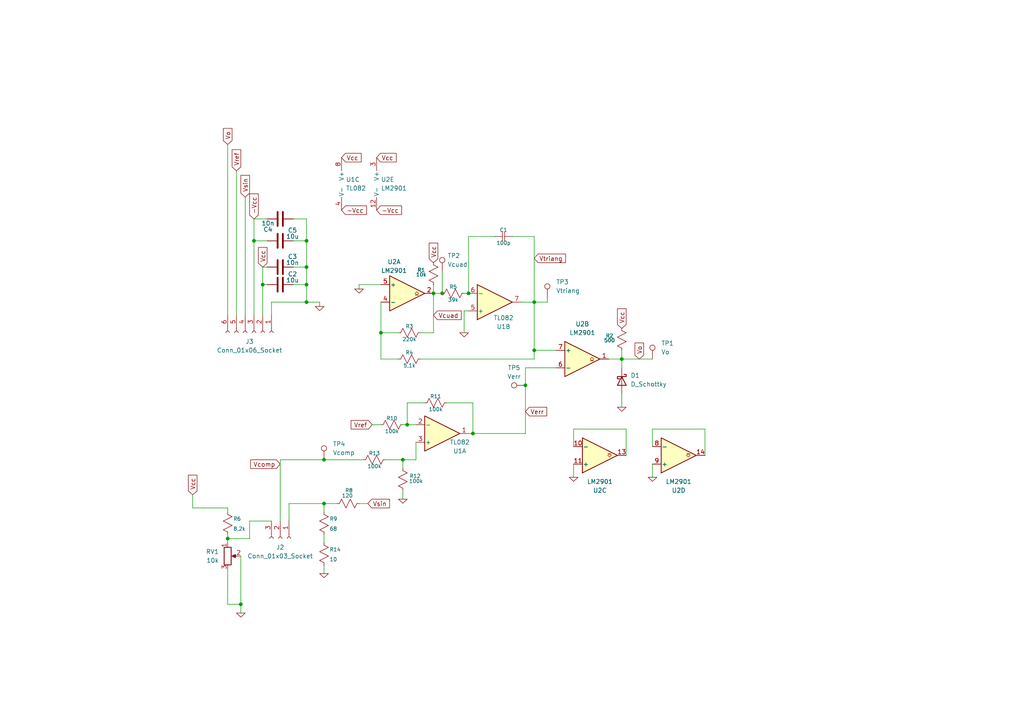
<source format=kicad_sch>
(kicad_sch (version 20231120) (generator "eeschema") (generator_version "8.0")
  (paper "A4")
  (lib_symbols
    (symbol "Amplifier_Operational:TL082" (pin_names (offset 0.127))
      (property "Reference" "U" (at 0 5.08 0))
      (property "Value" "TL082" (at 0 -5.08 0))
      (symbol "TL082_1_1"
        (polyline (pts (xy -5.08 5.08) (xy 5.08 0) (xy -5.08 -5.08) (xy -5.08 5.08)) (stroke (width 0.254)) (fill (type background)))
        (pin output line (at 7.62 0 180) (length 2.54) (name "~") (number "1"))
        (pin input line (at -7.62 -2.54 0) (length 2.54) (name "-") (number "2"))
        (pin input line (at -7.62 2.54 0) (length 2.54) (name "+") (number "3"))
      )
      (symbol "TL082_2_1"
        (polyline (pts (xy -5.08 5.08) (xy 5.08 0) (xy -5.08 -5.08) (xy -5.08 5.08)) (stroke (width 0.254)) (fill (type background)))
        (pin input line (at -7.62 2.54 0) (length 2.54) (name "+") (number "5"))
        (pin input line (at -7.62 -2.54 0) (length 2.54) (name "-") (number "6"))
        (pin output line (at 7.62 0 180) (length 2.54) (name "~") (number "7"))
      )
      (symbol "TL082_3_1"
        (pin power_in line (at -2.54 -7.62 90) (length 3.81) (name "V-") (number "4"))
        (pin power_in line (at -2.54 7.62 270) (length 3.81) (name "V+") (number "8"))
      )
    )
    (symbol "Comparator:LM2901" (pin_names (offset 0.127))
      (property "Reference" "U" (at 0 5.08 0))
      (property "Value" "LM2901" (at 0 -5.08 0))
      (symbol "LM2901_1_1"
        (polyline (pts (xy -5.08 5.08) (xy 5.08 0) (xy -5.08 -5.08) (xy -5.08 5.08)) (stroke (width 0.254)) (fill (type background)))
        (polyline (pts (xy 3.302 -0.508) (xy 2.794 -0.508) (xy 3.302 0) (xy 2.794 0.508) (xy 2.286 0) (xy 2.794 -0.508) (xy 2.286 -0.508)) (stroke (width 0.127)))
        (pin open_collector line (at 7.62 0 180) (length 2.54) (name "~") (number "2"))
        (pin input line (at -7.62 -2.54 0) (length 2.54) (name "-") (number "4"))
        (pin input line (at -7.62 2.54 0) (length 2.54) (name "+") (number "5"))
      )
      (symbol "LM2901_2_1"
        (polyline (pts (xy -5.08 5.08) (xy 5.08 0) (xy -5.08 -5.08) (xy -5.08 5.08)) (stroke (width 0.254)) (fill (type background)))
        (polyline (pts (xy 3.302 -0.508) (xy 2.794 -0.508) (xy 3.302 0) (xy 2.794 0.508) (xy 2.286 0) (xy 2.794 -0.508) (xy 2.286 -0.508)) (stroke (width 0.127)))
        (pin open_collector line (at 7.62 0 180) (length 2.54) (name "~") (number "1"))
        (pin input line (at -7.62 -2.54 0) (length 2.54) (name "-") (number "6"))
        (pin input line (at -7.62 2.54 0) (length 2.54) (name "+") (number "7"))
      )
      (symbol "LM2901_3_1"
        (polyline (pts (xy -5.08 5.08) (xy 5.08 0) (xy -5.08 -5.08) (xy -5.08 5.08)) (stroke (width 0.254)) (fill (type background)))
        (polyline (pts (xy 3.302 -0.508) (xy 2.794 -0.508) (xy 3.302 0) (xy 2.794 0.508) (xy 2.286 0) (xy 2.794 -0.508) (xy 2.286 -0.508)) (stroke (width 0.127)))
        (pin input line (at -7.62 -2.54 0) (length 2.54) (name "-") (number "10"))
        (pin input line (at -7.62 2.54 0) (length 2.54) (name "+") (number "11"))
        (pin open_collector line (at 7.62 0 180) (length 2.54) (name "~") (number "13"))
      )
      (symbol "LM2901_4_1"
        (polyline (pts (xy -5.08 5.08) (xy 5.08 0) (xy -5.08 -5.08) (xy -5.08 5.08)) (stroke (width 0.254)) (fill (type background)))
        (polyline (pts (xy 3.302 -0.508) (xy 2.794 -0.508) (xy 3.302 0) (xy 2.794 0.508) (xy 2.286 0) (xy 2.794 -0.508) (xy 2.286 -0.508)) (stroke (width 0.127)))
        (pin open_collector line (at 7.62 0 180) (length 2.54) (name "~") (number "14"))
        (pin input line (at -7.62 -2.54 0) (length 2.54) (name "-") (number "8"))
        (pin input line (at -7.62 2.54 0) (length 2.54) (name "+") (number "9"))
      )
      (symbol "LM2901_5_1"
        (pin power_in line (at -2.54 -7.62 90) (length 3.81) (name "V-") (number "12"))
        (pin power_in line (at -2.54 7.62 270) (length 3.81) (name "V+") (number "3"))
      )
    )
    (symbol "Connector:Conn_01x03_Socket" (pin_names (offset 1.016) hide)
      (property "Reference" "J" (at 0 5.08 0))
      (property "Value" "Conn_01x03_Socket" (at 0 -5.08 0))
      (symbol "Conn_01x03_Socket_1_1"
        (arc (start 0 -2.032) (mid -0.5058 -2.54) (end 0 -3.048) (stroke (width 0.1524)))
        (polyline (pts (xy -1.27 -2.54) (xy -0.508 -2.54)) (stroke (width 0.1524)))
        (polyline (pts (xy -1.27 0) (xy -0.508 0)) (stroke (width 0.1524)))
        (polyline (pts (xy -1.27 2.54) (xy -0.508 2.54)) (stroke (width 0.1524)))
        (arc (start 0 0.508) (mid -0.5058 0) (end 0 -0.508) (stroke (width 0.1524)))
        (arc (start 0 3.048) (mid -0.5058 2.54) (end 0 2.032) (stroke (width 0.1524)))
        (pin passive line (at -5.08 2.54 0) (length 3.81) (name "Pin_1") (number "1"))
        (pin passive line (at -5.08 0 0) (length 3.81) (name "Pin_2") (number "2"))
        (pin passive line (at -5.08 -2.54 0) (length 3.81) (name "Pin_3") (number "3"))
      )
    )
    (symbol "Connector:Conn_01x06_Socket" (pin_names (offset 1.016) hide)
      (property "Reference" "J" (at 0 7.62 0))
      (property "Value" "Conn_01x06_Socket" (at 0 -10.16 0))
      (symbol "Conn_01x06_Socket_1_1"
        (arc (start 0 -7.112) (mid -0.5058 -7.62) (end 0 -8.128) (stroke (width 0.1524)))
        (arc (start 0 -4.572) (mid -0.5058 -5.08) (end 0 -5.588) (stroke (width 0.1524)))
        (arc (start 0 -2.032) (mid -0.5058 -2.54) (end 0 -3.048) (stroke (width 0.1524)))
        (polyline (pts (xy -1.27 -7.62) (xy -0.508 -7.62)) (stroke (width 0.1524)))
        (polyline (pts (xy -1.27 -5.08) (xy -0.508 -5.08)) (stroke (width 0.1524)))
        (polyline (pts (xy -1.27 -2.54) (xy -0.508 -2.54)) (stroke (width 0.1524)))
        (polyline (pts (xy -1.27 0) (xy -0.508 0)) (stroke (width 0.1524)))
        (polyline (pts (xy -1.27 2.54) (xy -0.508 2.54)) (stroke (width 0.1524)))
        (polyline (pts (xy -1.27 5.08) (xy -0.508 5.08)) (stroke (width 0.1524)))
        (arc (start 0 0.508) (mid -0.5058 0) (end 0 -0.508) (stroke (width 0.1524)))
        (arc (start 0 3.048) (mid -0.5058 2.54) (end 0 2.032) (stroke (width 0.1524)))
        (arc (start 0 5.588) (mid -0.5058 5.08) (end 0 4.572) (stroke (width 0.1524)))
        (pin passive line (at -5.08 5.08 0) (length 3.81) (name "Pin_1") (number "1"))
        (pin passive line (at -5.08 2.54 0) (length 3.81) (name "Pin_2") (number "2"))
        (pin passive line (at -5.08 0 0) (length 3.81) (name "Pin_3") (number "3"))
        (pin passive line (at -5.08 -2.54 0) (length 3.81) (name "Pin_4") (number "4"))
        (pin passive line (at -5.08 -5.08 0) (length 3.81) (name "Pin_5") (number "5"))
        (pin passive line (at -5.08 -7.62 0) (length 3.81) (name "Pin_6") (number "6"))
      )
    )
    (symbol "Connector:TestPoint" (pin_numbers hide) (pin_names (offset 0.762) hide)
      (property "Reference" "TP" (at 0 6.858 0))
      (property "Value" "TestPoint" (at 0 5.08 0))
      (symbol "TestPoint_0_1"
        (circle (center 0 3.302) (radius 0.762))
      )
      (symbol "TestPoint_1_1"
        (pin passive line (at 0 0 90) (length 2.54) (name "1") (number "1"))
      )
    )
    (symbol "Device:C" (pin_numbers hide) (pin_names (offset 0.254))
      (property "Reference" "C" (at 0.635 2.54 0))
      (property "Value" "C" (at 0.635 -2.54 0))
      (symbol "C_0_1"
        (polyline (pts (xy -2.032 -0.762) (xy 2.032 -0.762)) (stroke (width 0.508)))
        (polyline (pts (xy -2.032 0.762) (xy 2.032 0.762)) (stroke (width 0.508)))
      )
      (symbol "C_1_1"
        (pin passive line (at 0 3.81 270) (length 2.794) (name "~") (number "1"))
        (pin passive line (at 0 -3.81 90) (length 2.794) (name "~") (number "2"))
      )
    )
    (symbol "Device:D_Schottky" (pin_numbers hide) (pin_names (offset 1.016) hide)
      (property "Reference" "D" (at 0 2.54 0))
      (property "Value" "D_Schottky" (at 0 -2.54 0))
      (symbol "D_Schottky_0_1"
        (polyline (pts (xy 1.27 0) (xy -1.27 0)))
        (polyline (pts (xy 1.27 1.27) (xy 1.27 -1.27) (xy -1.27 0) (xy 1.27 1.27)) (stroke (width 0.254)))
        (polyline (pts (xy -1.905 0.635) (xy -1.905 1.27) (xy -1.27 1.27) (xy -1.27 -1.27) (xy -0.635 -1.27) (xy -0.635 -0.635)) (stroke (width 0.254)))
      )
      (symbol "D_Schottky_1_1"
        (pin passive line (at -3.81 0 0) (length 2.54) (name "K") (number "1"))
        (pin passive line (at 3.81 0 180) (length 2.54) (name "A") (number "2"))
      )
    )
    (symbol "Device:R_Potentiometer" (pin_names (offset 1.016) hide)
      (property "Reference" "RV" (at -4.445 0 90))
      (property "Value" "R_Potentiometer" (at -2.54 0 90))
      (symbol "R_Potentiometer_0_1"
        (polyline (pts (xy 2.54 0) (xy 1.524 0)))
        (polyline (pts (xy 1.143 0) (xy 2.286 0.508) (xy 2.286 -0.508) (xy 1.143 0)) (fill (type outline)))
        (rectangle (start 1.016 2.54) (end -1.016 -2.54) (stroke (width 0.254)))
      )
      (symbol "R_Potentiometer_1_1"
        (pin passive line (at 0 3.81 270) (length 1.27) (name "1") (number "1"))
        (pin passive line (at 3.81 0 180) (length 1.27) (name "2") (number "2"))
        (pin passive line (at 0 -3.81 90) (length 1.27) (name "3") (number "3"))
      )
    )
    (symbol "ltspice:GND" (power)
      (symbol "GND_0_0"
        (polyline (pts (xy 1.27 0) (xy -1.27 0) (xy 0 -1.1938) (xy 1.27 0) (xy -1.27 0) (xy 0 -1.1938)) (stroke (width 0.1524)))
        (pin power_in line (at 0 0 0) (length 0.0005) (name "") (number ""))
      )
    )
    (symbol "ltspice:cap" (pin_numbers hide)
      (symbol "cap_0_0"
        (polyline (pts (xy 1.27 -5.08) (xy 1.27 -2.8702)) (stroke (width 0.1524)))
        (polyline (pts (xy 1.27 0) (xy 1.27 -2.2352)) (stroke (width 0.1524)))
        (polyline (pts (xy 2.54 -2.8702) (xy 0 -2.8702)) (stroke (width 0.1524)))
        (polyline (pts (xy 2.54 -2.2352) (xy 0 -2.2352)) (stroke (width 0.1524)))
        (pin passive line (at 1.27 0 0) (length 0.0005) (name "") (number "1"))
        (pin passive line (at 1.27 -5.08 0) (length 0.0005) (name "") (number "2"))
      )
    )
    (symbol "ltspice:res" (pin_numbers hide)
      (symbol "res_0_0"
        (polyline (pts (xy 0 -6.35) (xy 2.54 -5.08)) (stroke (width 0.1524)))
        (polyline (pts (xy 0 -3.81) (xy 2.54 -2.54)) (stroke (width 0.1524)))
        (polyline (pts (xy 1.27 -7.62) (xy 1.27 -6.985)) (stroke (width 0.1524)))
        (polyline (pts (xy 1.27 -6.985) (xy 0 -6.35)) (stroke (width 0.1524)))
        (polyline (pts (xy 1.27 -1.905) (xy 1.27 -1.27)) (stroke (width 0.1524)))
        (polyline (pts (xy 2.54 -5.08) (xy 0 -3.81)) (stroke (width 0.1524)))
        (polyline (pts (xy 2.54 -2.54) (xy 1.27 -1.905)) (stroke (width 0.1524)))
        (pin passive line (at 1.27 -1.27 0) (length 0.0005) (name "") (number "1"))
        (pin passive line (at 1.27 -7.62 0) (length 0.0005) (name "") (number "2"))
      )
    )
  )
  (junction (at 180.34 104.14))
  (junction (at 152.4 111.76))
  (junction (at 76.2 82.55))
  (junction (at 128.27 85.09))
  (junction (at 154.94 87.63))
  (junction (at 154.94 101.6))
  (junction (at 110.49 96.52))
  (junction (at 69.85 175.26))
  (junction (at 125.73 85.09))
  (junction (at 118.11 123.19))
  (junction (at 135.89 85.09))
  (junction (at 88.9 87.63))
  (junction (at 73.66 69.85))
  (junction (at 116.84 133.35))
  (junction (at 93.98 146.05))
  (junction (at 88.9 69.85))
  (junction (at 137.16 125.73))
  (junction (at 88.9 82.55))
  (junction (at 93.98 133.35))
  (junction (at 66.04 156.21))
  (junction (at 88.9 77.47))
  (wire (pts (xy 76.2 82.55) (xy 77.47 82.55)))
  (wire (pts (xy 97.79 146.05) (xy 93.98 146.05)))
  (wire (pts (xy 158.75 87.63) (xy 154.94 87.63)) (stroke (width 0.1524)))
  (wire (pts (xy 116.84 133.35) (xy 116.84 135.89)))
  (wire (pts (xy 81.28 133.35) (xy 93.98 133.35)))
  (wire (pts (xy 180.34 114.3) (xy 180.34 118.11)))
  (wire (pts (xy 125.73 82.55) (xy 125.73 85.09)))
  (wire (pts (xy 135.89 85.09) (xy 135.89 68.58)) (stroke (width 0.1524)))
  (wire (pts (xy 180.34 104.14) (xy 189.23 104.14)))
  (wire (pts (xy 73.66 69.85) (xy 77.47 69.85)))
  (wire (pts (xy 135.89 85.09) (xy 134.62 85.09)) (stroke (width 0.1524)))
  (wire (pts (xy 111.76 133.35) (xy 116.84 133.35)))
  (wire (pts (xy 76.2 77.47) (xy 77.47 77.47)))
  (wire (pts (xy 166.37 124.46) (xy 181.61 124.46)))
  (wire (pts (xy 110.49 82.55) (xy 104.14 82.55)))
  (wire (pts (xy 88.9 82.55) (xy 88.9 87.63)))
  (wire (pts (xy 116.84 133.35) (xy 120.65 133.35)))
  (wire (pts (xy 78.74 87.63) (xy 78.74 91.44)))
  (wire (pts (xy 180.34 101.6) (xy 180.34 104.14)))
  (wire (pts (xy 125.73 96.52) (xy 121.92 96.52)) (stroke (width 0.1524)))
  (wire (pts (xy 69.85 175.26) (xy 69.85 172.72)) (stroke (width 0.1524)))
  (wire (pts (xy 92.71 87.63) (xy 88.9 87.63)))
  (wire (pts (xy 92.71 87.63) (xy 92.71 88.9)))
  (wire (pts (xy 181.61 124.46) (xy 181.61 132.08)))
  (wire (pts (xy 66.04 165.1) (xy 66.04 175.26)))
  (wire (pts (xy 85.09 69.85) (xy 88.9 69.85)))
  (wire (pts (xy 166.37 134.62) (xy 166.37 138.43)))
  (wire (pts (xy 78.74 151.13) (xy 72.39 151.13)))
  (wire (pts (xy 125.73 85.09) (xy 128.27 85.09)) (stroke (width 0.1524)))
  (wire (pts (xy 118.11 123.19) (xy 120.65 123.19)))
  (wire (pts (xy 189.23 124.46) (xy 204.47 124.46)))
  (wire (pts (xy 166.37 129.54) (xy 166.37 124.46)))
  (wire (pts (xy 88.9 87.63) (xy 78.74 87.63)))
  (wire (pts (xy 83.82 146.05) (xy 83.82 151.13)))
  (wire (pts (xy 180.34 106.68) (xy 180.34 104.14)))
  (wire (pts (xy 66.04 154.94) (xy 66.04 156.21)) (stroke (width 0.1524)))
  (wire (pts (xy 93.98 154.94) (xy 93.98 157.48)))
  (wire (pts (xy 69.85 177.8) (xy 69.85 175.26)) (stroke (width 0.1524)))
  (wire (pts (xy 176.53 104.14) (xy 180.34 104.14)))
  (wire (pts (xy 154.94 68.58) (xy 154.94 87.63)) (stroke (width 0.1524)))
  (wire (pts (xy 158.75 87.63) (xy 158.75 86.36)) (stroke (width 0.1524)))
  (wire (pts (xy 204.47 124.46) (xy 204.47 132.08)))
  (wire (pts (xy 55.88 147.32) (xy 55.88 143.51)) (stroke (width 0.1524)))
  (wire (pts (xy 85.09 63.5) (xy 88.9 63.5)))
  (wire (pts (xy 115.57 104.14) (xy 110.49 104.14)) (stroke (width 0.1524)))
  (wire (pts (xy 189.23 129.54) (xy 189.23 124.46)))
  (wire (pts (xy 73.66 63.5) (xy 73.66 69.85)))
  (wire (pts (xy 76.2 77.47) (xy 76.2 82.55)))
  (wire (pts (xy 137.16 125.73) (xy 152.4 125.73)))
  (wire (pts (xy 118.11 123.19) (xy 118.11 116.84)))
  (wire (pts (xy 143.51 68.58) (xy 135.89 68.58)) (stroke (width 0.1524)))
  (wire (pts (xy 85.09 77.47) (xy 88.9 77.47)))
  (wire (pts (xy 88.9 69.85) (xy 88.9 77.47)))
  (wire (pts (xy 135.89 125.73) (xy 137.16 125.73)))
  (wire (pts (xy 81.28 133.35) (xy 81.28 151.13)))
  (wire (pts (xy 66.04 156.21) (xy 72.39 156.21)))
  (wire (pts (xy 85.09 82.55) (xy 88.9 82.55)))
  (wire (pts (xy 154.94 87.63) (xy 154.94 101.6)) (stroke (width 0.1524)))
  (wire (pts (xy 125.73 96.52) (xy 125.73 85.09)) (stroke (width 0.1524)))
  (wire (pts (xy 93.98 146.05) (xy 83.82 146.05)))
  (wire (pts (xy 128.27 85.09) (xy 128.27 78.74)) (stroke (width 0.1524)))
  (wire (pts (xy 73.66 63.5) (xy 77.47 63.5)))
  (wire (pts (xy 115.57 96.52) (xy 110.49 96.52)) (stroke (width 0.1524)))
  (wire (pts (xy 88.9 77.47) (xy 88.9 82.55)))
  (wire (pts (xy 110.49 96.52) (xy 110.49 87.63)) (stroke (width 0.1524)))
  (wire (pts (xy 104.14 146.05) (xy 106.68 146.05)))
  (wire (pts (xy 76.2 82.55) (xy 76.2 91.44)))
  (wire (pts (xy 154.94 101.6) (xy 161.29 101.6)))
  (wire (pts (xy 154.94 101.6) (xy 154.94 104.14)) (stroke (width 0.1524)))
  (wire (pts (xy 71.12 57.15) (xy 71.12 91.44)))
  (wire (pts (xy 73.66 69.85) (xy 73.66 91.44)))
  (wire (pts (xy 93.98 133.35) (xy 105.41 133.35)))
  (wire (pts (xy 152.4 106.68) (xy 161.29 106.68)) (stroke (width 0.1524)))
  (wire (pts (xy 104.14 82.55) (xy 104.14 83.82)))
  (wire (pts (xy 135.89 90.17) (xy 134.62 90.17)))
  (wire (pts (xy 107.95 123.19) (xy 110.49 123.19)))
  (wire (pts (xy 151.13 87.63) (xy 154.94 87.63)))
  (wire (pts (xy 66.04 175.26) (xy 69.85 175.26)))
  (wire (pts (xy 116.84 144.78) (xy 116.84 142.24)) (stroke (width 0.1524)))
  (wire (pts (xy 88.9 63.5) (xy 88.9 69.85)))
  (wire (pts (xy 152.4 111.76) (xy 152.4 106.68)) (stroke (width 0.1524)))
  (wire (pts (xy 154.94 104.14) (xy 121.92 104.14)) (stroke (width 0.1524)))
  (wire (pts (xy 69.85 161.29) (xy 69.85 172.72)))
  (wire (pts (xy 120.65 133.35) (xy 120.65 128.27)))
  (wire (pts (xy 154.94 68.58) (xy 148.59 68.58)) (stroke (width 0.1524)))
  (wire (pts (xy 116.84 123.19) (xy 118.11 123.19)))
  (wire (pts (xy 66.04 148.59) (xy 66.04 147.32)) (stroke (width 0.1524)))
  (wire (pts (xy 93.98 166.37) (xy 93.98 163.83)) (stroke (width 0.1524)))
  (wire (pts (xy 129.54 116.84) (xy 137.16 116.84)))
  (wire (pts (xy 189.23 134.62) (xy 189.23 138.43)))
  (wire (pts (xy 110.49 104.14) (xy 110.49 96.52)) (stroke (width 0.1524)))
  (wire (pts (xy 66.04 157.48) (xy 66.04 156.21)))
  (wire (pts (xy 118.11 116.84) (xy 123.19 116.84)))
  (wire (pts (xy 66.04 41.91) (xy 66.04 91.44)))
  (wire (pts (xy 152.4 111.76) (xy 152.4 125.73)) (stroke (width 0.1524)))
  (wire (pts (xy 137.16 116.84) (xy 137.16 125.73)))
  (wire (pts (xy 72.39 151.13) (xy 72.39 156.21)))
  (wire (pts (xy 68.58 49.53) (xy 68.58 91.44)))
  (wire (pts (xy 134.62 90.17) (xy 134.62 96.52)))
  (wire (pts (xy 93.98 146.05) (xy 93.98 148.59)))
  (wire (pts (xy 66.04 147.32) (xy 55.88 147.32)) (stroke (width 0.1524)))
  (global_label "Vtriang" (shape input) (at 154.94 74.93 0) (property "Intersheetrefs" "${INTERSHEET_REFS}" (effects (hide yes))))
  (global_label "Vcomp" (shape input) (at 81.28 134.62 180) (property "Intersheetrefs" "${INTERSHEET_REFS}" (effects (hide yes))))
  (global_label "-Vcc" (shape input) (at 73.66 63.5 90) (property "Intersheetrefs" "${INTERSHEET_REFS}" (effects (hide yes))))
  (global_label "Vcc" (shape input) (at 99.06 45.72 0) (property "Intersheetrefs" "${INTERSHEET_REFS}" (effects (hide yes))))
  (global_label "Vcc" (shape input) (at 180.34 95.25 90) (property "Intersheetrefs" "${INTERSHEET_REFS}" (effects (hide yes))))
  (global_label "Verr" (shape input) (at 152.4 119.38 0) (property "Intersheetrefs" "${INTERSHEET_REFS}" (effects (hide yes))))
  (global_label "Vo" (shape input) (at 185.42 104.14 90) (property "Intersheetrefs" "${INTERSHEET_REFS}" (effects (hide yes))))
  (global_label "Vcc" (shape input) (at 109.22 45.72 0) (property "Intersheetrefs" "${INTERSHEET_REFS}" (effects (hide yes))))
  (global_label "Vo" (shape input) (at 66.04 41.91 90) (property "Intersheetrefs" "${INTERSHEET_REFS}" (effects (hide yes))))
  (global_label "Vsin" (shape input) (at 106.68 146.05 0) (property "Intersheetrefs" "${INTERSHEET_REFS}" (effects (hide yes))))
  (global_label "Vsin" (shape input) (at 71.12 57.15 90) (property "Intersheetrefs" "${INTERSHEET_REFS}" (effects (hide yes))))
  (global_label "-Vcc" (shape input) (at 109.22 60.96 0) (property "Intersheetrefs" "${INTERSHEET_REFS}" (effects (hide yes))))
  (global_label "Vcuad" (shape input) (at 125.73 91.44 0) (property "Intersheetrefs" "${INTERSHEET_REFS}" (effects (hide yes))))
  (global_label "Vref" (shape input) (at 68.58 49.53 90) (property "Intersheetrefs" "${INTERSHEET_REFS}" (effects (hide yes))))
  (global_label "Vcc" (shape input) (at 55.88 143.51 90) (property "Intersheetrefs" "${INTERSHEET_REFS}" (effects (hide yes))))
  (global_label "Vcc" (shape input) (at 125.73 76.2 90) (property "Intersheetrefs" "${INTERSHEET_REFS}" (effects (hide yes))))
  (global_label "-Vcc" (shape input) (at 99.06 60.96 0) (property "Intersheetrefs" "${INTERSHEET_REFS}" (effects (hide yes))))
  (global_label "Vcc" (shape input) (at 76.2 77.47 90) (property "Intersheetrefs" "${INTERSHEET_REFS}" (effects (hide yes))))
  (global_label "Vref" (shape input) (at 107.95 123.19 180) (property "Intersheetrefs" "${INTERSHEET_REFS}" (effects (hide yes))))
  (symbol (lib_id "Connector:TestPoint") (at 152.4 111.76 90) (unit 1)
    (property "Reference" "TP5" (at 149.098 106.68 90))
    (property "Value" "Verr" (at 149.098 109.22 90))
    (property "Footprint" "TestPoint:TestPoint_THTPad_1.3x1.3mm_Drill0.7mm" (effects (hide yes)))
    (property "Description" "test point" (effects (hide yes)))
  )
  (symbol (lib_id "ltspice:GND") (at 92.71 88.9 0) (unit 1)
    (property "Reference" "#GND07" (effects (hide yes)))
    (property "Value" "0" (effects (hide yes)))
  )
  (symbol (lib_id "ltspice:GND") (at 93.98 166.37 0) (unit 1)
    (property "Reference" "#GND06" (effects (hide yes)))
    (property "Value" "0" (effects (hide yes)))
  )
  (symbol (lib_id "Connector:Conn_01x06_Socket") (at 73.66 96.52 270) (unit 1)
    (property "Reference" "J3" (at 72.39 99.06 90))
    (property "Value" "Conn_01x06_Socket" (at 72.39 101.6 90))
    (property "Footprint" "TerminalBlock:TerminalBlock_bornier-6_P5.08mm" (effects (hide yes)))
    (property "Description" "Generic connector, single row, 01x06, script generated" (effects (hide yes)))
  )
  (symbol (lib_id "ltspice:GND") (at 134.62 96.52 0) (unit 1)
    (property "Reference" "#GND04" (effects (hide yes)))
    (property "Value" "0" (effects (hide yes)))
  )
  (symbol (lib_id "Amplifier_Operational:TL082") (at 101.6 53.34 0) (unit 3)
    (property "Reference" "U1" (at 100.33 52.0699 0) (effects (justify left)))
    (property "Value" "TL082" (at 100.33 54.6099 0) (effects (justify left)))
    (property "Footprint" "Package_DIP:DIP-8_W7.62mm_Socket" (effects (hide yes)))
    (property "Datasheet" "http://www.ti.com/lit/ds/symlink/tl081.pdf" (effects (hide yes)))
    (property "Description" "Dual JFET-Input Operational Amplifiers, DIP-8/SOIC-8/SSOP-8" (effects (hide yes)))
  )
  (symbol (lib_id "ltspice:GND") (at 189.23 138.43 0) (unit 1)
    (property "Reference" "#GND011" (effects (hide yes)))
    (property "Value" "0" (effects (hide yes)))
  )
  (symbol (lib_id "ltspice:res") (at 64.77 147.32 0) (unit 1)
    (property "Reference" "R6" (at 67.6402 150.495 0) (effects (font (size 1.0668 1.0668)) (justify left)))
    (property "Value" "8,2k" (at 67.6402 153.3652 0) (effects (font (size 1.0668 1.0668)) (justify left)))
    (property "Footprint" "Resistor_THT:R_Axial_DIN0207_L6.3mm_D2.5mm_P7.62mm_Horizontal" (effects (hide yes)))
    (property "Sim.Device" "R" (effects (hide yes)))
    (property "Sim.Params" "R=${VALUE}" (effects (hide yes)))
  )
  (symbol (lib_id "ltspice:res") (at 123.19 102.87 270) (unit 1)
    (property "Reference" "R4" (at 118.745 102.87 90) (effects (font (size 1.0668 1.0668)) (justify bottom)))
    (property "Value" "5,1k" (at 118.745 105.41 90) (effects (font (size 1.0668 1.0668)) (justify top)))
    (property "Footprint" "Resistor_THT:R_Axial_DIN0207_L6.3mm_D2.5mm_P7.62mm_Horizontal" (effects (hide yes)))
    (property "Sim.Device" "R" (effects (hide yes)))
    (property "Sim.Params" "R=${VALUE}" (effects (hide yes)))
  )
  (symbol (lib_id "ltspice:res") (at 118.11 121.92 270) (unit 1)
    (property "Reference" "R10" (at 113.665 121.92 90) (effects (font (size 1.0668 1.0668)) (justify bottom)))
    (property "Value" "100k" (at 113.665 124.46 90) (effects (font (size 1.0668 1.0668)) (justify top)))
    (property "Footprint" "Resistor_THT:R_Axial_DIN0207_L6.3mm_D2.5mm_P7.62mm_Horizontal" (effects (hide yes)))
    (property "Sim.Device" "R" (effects (hide yes)))
    (property "Sim.Params" "R=${VALUE}" (effects (hide yes)))
  )
  (symbol (lib_id "Amplifier_Operational:TL082") (at 128.27 125.73 0) (mirror x) (unit 1)
    (property "Reference" "U1" (at 133.35 130.81 0))
    (property "Value" "TL082" (at 133.35 128.27 0))
    (property "Footprint" "Package_DIP:DIP-8_W7.62mm_Socket" (effects (hide yes)))
    (property "Datasheet" "http://www.ti.com/lit/ds/symlink/tl081.pdf" (effects (hide yes)))
    (property "Description" "Dual JFET-Input Operational Amplifiers, DIP-8/SOIC-8/SSOP-8" (effects (hide yes)))
  )
  (symbol (lib_id "ltspice:res") (at 113.03 132.08 270) (unit 1)
    (property "Reference" "R13" (at 108.585 132.08 90) (effects (font (size 1.0668 1.0668)) (justify bottom)))
    (property "Value" "100k" (at 108.585 134.62 90) (effects (font (size 1.0668 1.0668)) (justify top)))
    (property "Footprint" "Resistor_THT:R_Axial_DIN0207_L6.3mm_D2.5mm_P7.62mm_Horizontal" (effects (hide yes)))
    (property "Sim.Device" "R" (effects (hide yes)))
    (property "Sim.Params" "R=${VALUE}" (effects (hide yes)))
  )
  (symbol (lib_id "ltspice:res") (at 92.71 147.32 0) (unit 1)
    (property "Reference" "R9" (at 95.5802 150.495 0) (effects (font (size 1.0668 1.0668)) (justify left)))
    (property "Value" "68" (at 95.5802 153.3652 0) (effects (font (size 1.0668 1.0668)) (justify left)))
    (property "Footprint" "Resistor_THT:R_Axial_DIN0207_L6.3mm_D2.5mm_P7.62mm_Horizontal" (effects (hide yes)))
    (property "Sim.Device" "R" (effects (hide yes)))
    (property "Sim.Params" "R=${VALUE}" (effects (hide yes)))
  )
  (symbol (lib_id "Amplifier_Operational:TL082") (at 143.51 87.63 0) (mirror x) (unit 2)
    (property "Reference" "U1" (at 146.05 94.742 0))
    (property "Value" "TL082" (at 146.05 92.202 0))
    (property "Footprint" "Package_DIP:DIP-8_W7.62mm_Socket" (effects (hide yes)))
    (property "Datasheet" "http://www.ti.com/lit/ds/symlink/tl081.pdf" (effects (hide yes)))
    (property "Description" "Dual JFET-Input Operational Amplifiers, DIP-8/SOIC-8/SSOP-8" (effects (hide yes)))
  )
  (symbol (lib_id "Comparator:LM2901") (at 196.85 132.08 0) (mirror x) (unit 4)
    (property "Reference" "U2" (at 196.85 142.24 0))
    (property "Value" "LM2901" (at 196.85 139.7 0))
    (property "Footprint" "Package_DIP:DIP-14_W7.62mm_Socket" (effects (hide yes)))
    (property "Datasheet" "https://www.st.com/resource/en/datasheet/lm2901.pdf" (effects (hide yes)))
    (property "Description" "Quad Differential Comparators, DIP-14/SOIC-14/TSSOP-14" (effects (hide yes)))
  )
  (symbol (lib_id "ltspice:res") (at 96.52 147.32 90) (unit 1)
    (property "Reference" "R8" (at 102.362 142.24 90) (effects (font (size 1.0668 1.0668)) (justify left)))
    (property "Value" "120" (at 102.362 143.764 90) (effects (font (size 1.0668 1.0668)) (justify left)))
    (property "Footprint" "Resistor_THT:R_Axial_DIN0207_L6.3mm_D2.5mm_P7.62mm_Horizontal" (effects (hide yes)))
    (property "Sim.Device" "R" (effects (hide yes)))
    (property "Sim.Params" "R=${VALUE}" (effects (hide yes)))
  )
  (symbol (lib_id "Comparator:LM2901") (at 118.11 85.09 0) (unit 1)
    (property "Reference" "U2" (at 114.3 75.946 0))
    (property "Value" "LM2901" (at 114.3 78.486 0))
    (property "Footprint" "Package_DIP:DIP-14_W7.62mm_Socket" (effects (hide yes)))
    (property "Datasheet" "https://www.st.com/resource/en/datasheet/lm2901.pdf" (effects (hide yes)))
    (property "Description" "Quad Differential Comparators, DIP-14/SOIC-14/TSSOP-14" (effects (hide yes)))
  )
  (symbol (lib_id "Comparator:LM2901") (at 111.76 53.34 0) (unit 5)
    (property "Reference" "U2" (at 110.49 52.0699 0) (effects (justify left)))
    (property "Value" "LM2901" (at 110.49 54.6099 0) (effects (justify left)))
    (property "Footprint" "Package_DIP:DIP-14_W7.62mm_Socket" (effects (hide yes)))
    (property "Datasheet" "https://www.st.com/resource/en/datasheet/lm2901.pdf" (effects (hide yes)))
    (property "Description" "Quad Differential Comparators, DIP-14/SOIC-14/TSSOP-14" (effects (hide yes)))
  )
  (symbol (lib_id "Device:C") (at 81.28 77.47 90) (unit 1)
    (property "Reference" "C3" (at 84.836 74.422 90))
    (property "Value" "10n" (at 84.836 76.2 90))
    (property "Footprint" "Capacitor_THT:C_Disc_D3.4mm_W2.1mm_P2.50mm" (effects (hide yes)))
    (property "Description" "Unpolarized capacitor" (effects (hide yes)))
  )
  (symbol (lib_id "ltspice:GND") (at 104.14 83.82 0) (unit 1)
    (property "Reference" "#GND05" (effects (hide yes)))
    (property "Value" "0" (effects (hide yes)))
  )
  (symbol (lib_id "Comparator:LM2901") (at 173.99 132.08 0) (mirror x) (unit 3)
    (property "Reference" "U2" (at 173.99 142.24 0))
    (property "Value" "LM2901" (at 173.99 139.7 0))
    (property "Footprint" "Package_DIP:DIP-14_W7.62mm_Socket" (effects (hide yes)))
    (property "Datasheet" "https://www.st.com/resource/en/datasheet/lm2901.pdf" (effects (hide yes)))
    (property "Description" "Quad Differential Comparators, DIP-14/SOIC-14/TSSOP-14" (effects (hide yes)))
  )
  (symbol (lib_id "Connector:TestPoint") (at 128.27 78.74 0) (unit 1)
    (property "Reference" "TP2" (at 129.794 74.168 0) (effects (justify left)))
    (property "Value" "Vcuad" (at 129.794 76.708 0) (effects (justify left)))
    (property "Footprint" "TestPoint:TestPoint_THTPad_1.3x1.3mm_Drill0.7mm" (effects (hide yes)))
    (property "Description" "test point" (effects (hide yes)))
  )
  (symbol (lib_id "ltspice:GND") (at 116.84 144.78 0) (unit 1)
    (property "Reference" "#GND08" (effects (hide yes)))
    (property "Value" "0" (effects (hide yes)))
  )
  (symbol (lib_id "Device:C") (at 81.28 82.55 90) (unit 1)
    (property "Reference" "C2" (at 84.836 79.502 90))
    (property "Value" "10u" (at 84.836 81.28 90))
    (property "Footprint" "Capacitor_THT:CP_Radial_D5.0mm_P2.50mm" (effects (hide yes)))
    (property "Description" "Unpolarized capacitor" (effects (hide yes)))
  )
  (symbol (lib_id "Connector:TestPoint") (at 93.98 133.35 0) (unit 1)
    (property "Reference" "TP4" (at 96.52 128.7779 0) (effects (justify left)))
    (property "Value" "Vcomp" (at 96.52 131.3179 0) (effects (justify left)))
    (property "Footprint" "TestPoint:TestPoint_THTPad_1.3x1.3mm_Drill0.7mm" (effects (hide yes)))
    (property "Description" "test point" (effects (hide yes)))
  )
  (symbol (lib_id "Connector:TestPoint") (at 189.23 104.14 0) (unit 1)
    (property "Reference" "TP1" (at 191.77 99.5679 0) (effects (justify left)))
    (property "Value" "Vo" (at 191.77 102.1079 0) (effects (justify left)))
    (property "Footprint" "TestPoint:TestPoint_THTPad_1.3x1.3mm_Drill0.7mm" (effects (hide yes)))
    (property "Description" "test point" (effects (hide yes)))
  )
  (symbol (lib_id "ltspice:cap") (at 148.59 67.31 270) (unit 1)
    (property "Reference" "C1" (at 146.05 67.31 90) (effects (font (size 1.0668 1.0668)) (justify bottom)))
    (property "Value" "100p" (at 146.05 69.85 90) (effects (font (size 1.0668 1.0668)) (justify top)))
    (property "Footprint" "Capacitor_THT:C_Disc_D3.4mm_W2.1mm_P2.50mm" (effects (hide yes)))
    (property "Sim.Device" "C" (effects (hide yes)))
    (property "Sim.Params" "C=${VALUE}" (effects (hide yes)))
  )
  (symbol (lib_id "ltspice:GND") (at 69.85 177.8 0) (unit 1)
    (property "Reference" "#GND01" (effects (hide yes)))
    (property "Value" "0" (effects (hide yes)))
  )
  (symbol (lib_id "Device:R_Potentiometer") (at 66.04 161.29 0) (unit 1)
    (property "Reference" "RV1" (at 63.5 160.0199 0) (effects (justify right)))
    (property "Value" "10k" (at 63.5 162.5599 0) (effects (justify right)))
    (property "Footprint" "Potentiometer_THT:Potentiometer_Piher_PC-16_Single_Horizontal" (effects (hide yes)))
    (property "Description" "Potentiometer" (effects (hide yes)))
  )
  (symbol (lib_id "Comparator:LM2901") (at 168.91 104.14 0) (unit 2)
    (property "Reference" "U2" (at 168.91 93.98 0))
    (property "Value" "LM2901" (at 168.91 96.52 0))
    (property "Footprint" "Package_DIP:DIP-14_W7.62mm_Socket" (effects (hide yes)))
    (property "Datasheet" "https://www.st.com/resource/en/datasheet/lm2901.pdf" (effects (hide yes)))
    (property "Description" "Quad Differential Comparators, DIP-14/SOIC-14/TSSOP-14" (effects (hide yes)))
  )
  (symbol (lib_id "ltspice:GND") (at 166.37 138.43 0) (unit 1)
    (property "Reference" "#GND010" (effects (hide yes)))
    (property "Value" "0" (effects (hide yes)))
  )
  (symbol (lib_id "Connector:Conn_01x03_Socket") (at 81.28 156.21 270) (unit 1)
    (property "Reference" "J2" (at 81.28 158.75 90))
    (property "Value" "Conn_01x03_Socket" (at 81.28 161.29 90))
    (property "Footprint" "Connector_PinHeader_2.54mm:PinHeader_1x03_P2.54mm_Vertical" (effects (hide yes)))
    (property "Description" "Generic connector, single row, 01x03, script generated" (effects (hide yes)))
  )
  (symbol (lib_id "ltspice:res") (at 127 83.82 180) (unit 1)
    (property "Reference" "R1" (at 122.174 77.724 0) (effects (font (size 1.0668 1.0668)) (justify bottom)))
    (property "Value" "10k" (at 122.174 80.264 0) (effects (font (size 1.0668 1.0668)) (justify top)))
    (property "Footprint" "Resistor_THT:R_Axial_DIN0207_L6.3mm_D2.5mm_P7.62mm_Horizontal" (effects (hide yes)))
    (property "Sim.Device" "R" (effects (hide yes)))
    (property "Sim.Params" "R=${VALUE}" (effects (hide yes)))
  )
  (symbol (lib_id "Device:C") (at 81.28 69.85 90) (unit 1)
    (property "Reference" "C5" (at 84.836 66.802 90))
    (property "Value" "10u" (at 84.836 68.58 90))
    (property "Footprint" "Capacitor_THT:CP_Radial_D5.0mm_P2.50mm" (effects (hide yes)))
    (property "Description" "Unpolarized capacitor" (effects (hide yes)))
  )
  (symbol (lib_id "ltspice:res") (at 181.61 102.87 180) (unit 1)
    (property "Reference" "R2" (at 176.784 96.774 0) (effects (font (size 1.0668 1.0668)) (justify bottom)))
    (property "Value" "500" (at 176.784 99.314 0) (effects (font (size 1.0668 1.0668)) (justify top)))
    (property "Footprint" "Resistor_THT:R_Axial_DIN0207_L6.3mm_D2.5mm_P7.62mm_Horizontal" (effects (hide yes)))
    (property "Sim.Device" "R" (effects (hide yes)))
    (property "Sim.Params" "R=${VALUE}" (effects (hide yes)))
  )
  (symbol (lib_id "Device:C") (at 81.28 63.5 270) (unit 1)
    (property "Reference" "C4" (at 77.724 66.548 90))
    (property "Value" "10n" (at 77.724 64.77 90))
    (property "Footprint" "Capacitor_THT:C_Disc_D3.4mm_W2.1mm_P2.50mm" (effects (hide yes)))
    (property "Description" "Unpolarized capacitor" (effects (hide yes)))
  )
  (symbol (lib_id "ltspice:res") (at 123.19 95.25 270) (unit 1)
    (property "Reference" "R3" (at 118.745 95.25 90) (effects (font (size 1.0668 1.0668)) (justify bottom)))
    (property "Value" "220k" (at 118.745 97.79 90) (effects (font (size 1.0668 1.0668)) (justify top)))
    (property "Footprint" "Resistor_THT:R_Axial_DIN0207_L6.3mm_D2.5mm_P7.62mm_Horizontal" (effects (hide yes)))
    (property "Sim.Device" "R" (effects (hide yes)))
    (property "Sim.Params" "R=${VALUE}" (effects (hide yes)))
  )
  (symbol (lib_id "Connector:TestPoint") (at 158.75 86.36 0) (unit 1)
    (property "Reference" "TP3" (at 161.29 81.7879 0) (effects (justify left)))
    (property "Value" "Vtriang" (at 161.29 84.3279 0) (effects (justify left)))
    (property "Footprint" "TestPoint:TestPoint_THTPad_1.3x1.3mm_Drill0.7mm" (effects (hide yes)))
    (property "Description" "test point" (effects (hide yes)))
  )
  (symbol (lib_id "ltspice:res") (at 92.71 156.21 0) (unit 1)
    (property "Reference" "R14" (at 95.5802 159.385 0) (effects (font (size 1.0668 1.0668)) (justify left)))
    (property "Value" "10" (at 95.5802 162.2552 0) (effects (font (size 1.0668 1.0668)) (justify left)))
    (property "Footprint" "Resistor_THT:R_Axial_DIN0207_L6.3mm_D2.5mm_P7.62mm_Horizontal" (effects (hide yes)))
    (property "Sim.Device" "R" (effects (hide yes)))
    (property "Sim.Params" "R=${VALUE}" (effects (hide yes)))
  )
  (symbol (lib_id "ltspice:res") (at 130.81 115.57 270) (unit 1)
    (property "Reference" "R11" (at 126.365 115.57 90) (effects (font (size 1.0668 1.0668)) (justify bottom)))
    (property "Value" "100k" (at 126.365 118.11 90) (effects (font (size 1.0668 1.0668)) (justify top)))
    (property "Footprint" "Resistor_THT:R_Axial_DIN0207_L6.3mm_D2.5mm_P7.62mm_Horizontal" (effects (hide yes)))
    (property "Sim.Device" "R" (effects (hide yes)))
    (property "Sim.Params" "R=${VALUE}" (effects (hide yes)))
  )
  (symbol (lib_id "ltspice:res") (at 135.89 83.82 270) (unit 1)
    (property "Reference" "R5" (at 131.445 83.82 90) (effects (font (size 1.0668 1.0668)) (justify bottom)))
    (property "Value" "39k" (at 131.445 86.36 90) (effects (font (size 1.0668 1.0668)) (justify top)))
    (property "Footprint" "Resistor_THT:R_Axial_DIN0207_L6.3mm_D2.5mm_P7.62mm_Horizontal" (effects (hide yes)))
    (property "Sim.Device" "R" (effects (hide yes)))
    (property "Sim.Params" "R=${VALUE}" (effects (hide yes)))
  )
  (symbol (lib_id "ltspice:GND") (at 180.34 118.11 0) (unit 1)
    (property "Reference" "#GND09" (effects (hide yes)))
    (property "Value" "0" (effects (hide yes)))
  )
  (symbol (lib_id "ltspice:res") (at 115.57 134.62 0) (unit 1)
    (property "Reference" "R12" (at 120.396 138.684 0) (effects (font (size 1.0668 1.0668)) (justify bottom)))
    (property "Value" "100k" (at 120.65 138.938 0) (effects (font (size 1.0668 1.0668)) (justify top)))
    (property "Footprint" "Resistor_THT:R_Axial_DIN0207_L6.3mm_D2.5mm_P7.62mm_Horizontal" (effects (hide yes)))
    (property "Sim.Device" "R" (effects (hide yes)))
    (property "Sim.Params" "R=${VALUE}" (effects (hide yes)))
  )
  (symbol (lib_id "Device:D_Schottky") (at 180.34 110.49 270) (unit 1)
    (property "Reference" "D1" (at 182.88 108.9024 90) (effects (justify left)))
    (property "Value" "D_Schottky" (at 182.88 111.4424 90) (effects (justify left)))
    (property "Footprint" "Package_TO_SOT_THT:TO-220-2_Vertical" (effects (hide yes)))
    (property "Description" "Schottky diode" (effects (hide yes)))
  )
)
</source>
